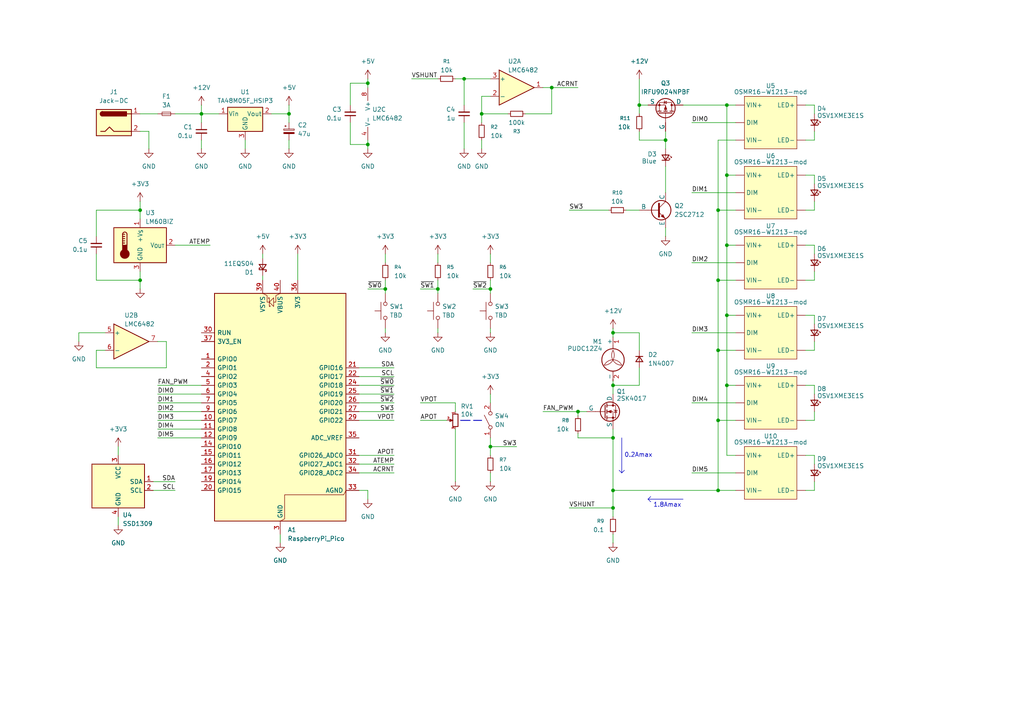
<source format=kicad_sch>
(kicad_sch (version 20250114) (generator "eeschema") (generator_version "9.0")
  (paper "A4")
  (lib_symbols
    (symbol "Amplifier_Operational:LMC6482" (pin_names (offset 0.127))
      (property "Reference" "U" (at 0 5.08 0))
      (property "Value" "LMC6482" (at 0 -5.08 0))
      (symbol "LMC6482_1_1"
        (pin input line (at -7.62 2.54 0) (length 2.54) (name "+") (number "3"))
        (pin input line (at -7.62 -2.54 0) (length 2.54) (name "-") (number "2"))
        (pin output line (at 7.62 0 180) (length 2.54) (name "~") (number "1"))
      )
      (symbol "LMC6482_2_1"
        (pin input line (at -7.62 2.54 0) (length 2.54) (name "+") (number "5"))
        (pin input line (at -7.62 -2.54 0) (length 2.54) (name "-") (number "6"))
        (pin output line (at 7.62 0 180) (length 2.54) (name "~") (number "7"))
      )
      (symbol "LMC6482_3_1"
        (pin power_in line (at -2.54 7.62 270) (length 3.81) (name "V+") (number "8"))
        (pin power_in line (at -2.54 -7.62 90) (length 3.81) (name "V-") (number "4"))
      )
    )
    (symbol "Connector:Jack-DC" (pin_names (offset 1.016))
      (property "Reference" "J" (at 0 5.334 0))
      (property "Value" "Jack-DC" (at 0 -5.08 0))
      (symbol "Jack-DC_1_1"
        (pin passive line (at 7.62 2.54 180) (length 2.54) (name "~") (number "1"))
        (pin passive line (at 7.62 -2.54 180) (length 2.54) (name "~") (number "2"))
      )
    )
    (symbol "Device:C_Polarized_Small" (pin_numbers (hide yes)) (pin_names (offset 0.254) (hide yes))
      (property "Reference" "C" (at 0.254 1.778 0))
      (property "Value" "C_Polarized_Small" (at 0.254 -2.032 0))
      (symbol "C_Polarized_Small_1_1"
        (pin passive line (at 0 2.54 270) (length 1.8542) (name "~") (number "1"))
        (pin passive line (at 0 -2.54 90) (length 1.8542) (name "~") (number "2"))
      )
    )
    (symbol "Device:C_Small" (pin_numbers (hide yes)) (pin_names (offset 0.254) (hide yes))
      (property "Reference" "C" (at 0.254 1.778 0))
      (property "Value" "C_Small" (at 0.254 -2.032 0))
      (symbol "C_Small_1_1"
        (pin passive line (at 0 2.54 270) (length 2.032) (name "~") (number "1"))
        (pin passive line (at 0 -2.54 90) (length 2.032) (name "~") (number "2"))
      )
    )
    (symbol "Device:D_Schottky_Small" (pin_numbers (hide yes)) (pin_names (offset 0.254) (hide yes))
      (property "Reference" "D" (at -1.27 2.032 0))
      (property "Value" "D_Schottky_Small" (at -7.112 -2.032 0))
      (symbol "D_Schottky_Small_1_1"
        (pin passive line (at -2.54 0 0) (length 1.778) (name "K") (number "1"))
        (pin passive line (at 2.54 0 180) (length 1.778) (name "A") (number "2"))
      )
    )
    (symbol "Device:D_Small" (pin_numbers (hide yes)) (pin_names (offset 0.254) (hide yes))
      (property "Reference" "D" (at -1.27 2.032 0))
      (property "Value" "D_Small" (at -3.81 -2.032 0))
      (symbol "D_Small_1_1"
        (pin passive line (at -2.54 0 0) (length 1.778) (name "K") (number "1"))
        (pin passive line (at 2.54 0 180) (length 1.778) (name "A") (number "2"))
      )
    )
    (symbol "Device:Fuse_Small" (pin_numbers (hide yes)) (pin_names (offset 0.254) (hide yes))
      (property "Reference" "F" (at 0 -1.524 0))
      (property "Value" "Fuse_Small" (at 0 1.524 0))
      (symbol "Fuse_Small_1_1"
        (pin passive line (at -2.54 0 0) (length 1.27) (name "~") (number "1"))
        (pin passive line (at 2.54 0 180) (length 1.27) (name "~") (number "2"))
      )
    )
    (symbol "Device:LED_Small" (pin_numbers (hide yes)) (pin_names (offset 0.254) (hide yes))
      (property "Reference" "D" (at -1.27 3.175 0))
      (property "Value" "LED_Small" (at -4.445 -2.54 0))
      (symbol "LED_Small_1_1"
        (pin passive line (at -2.54 0 0) (length 1.778) (name "K") (number "1"))
        (pin passive line (at 2.54 0 180) (length 1.778) (name "A") (number "2"))
      )
    )
    (symbol "Device:R_Potentiometer_Small" (pin_names (offset 1.016) (hide yes))
      (property "Reference" "RV" (at -4.445 0 90))
      (property "Value" "R_Potentiometer_Small" (at -2.54 0 90))
      (symbol "R_Potentiometer_Small_1_1"
        (pin passive line (at 0 2.54 270) (length 0.635) (name "1") (number "1"))
        (pin passive line (at 0 -2.54 90) (length 0.635) (name "3") (number "3"))
        (pin passive line (at 2.54 0 180) (length 0.9906) (name "2") (number "2"))
      )
    )
    (symbol "Device:R_Small" (pin_numbers (hide yes)) (pin_names (offset 0.254) (hide yes))
      (property "Reference" "R" (at 0 0 90))
      (property "Value" "R_Small" (at 1.778 0 90))
      (symbol "R_Small_1_1"
        (pin passive line (at 0 2.54 270) (length 0.762) (name "~") (number "1"))
        (pin passive line (at 0 -2.54 90) (length 0.762) (name "~") (number "2"))
      )
    )
    (symbol "MCU_Module:RaspberryPi_Pico" (pin_names (offset 0.762))
      (property "Reference" "A" (at -19.05 35.56 0))
      (property "Value" "RaspberryPi_Pico" (at 7.62 35.56 0))
      (symbol "RaspberryPi_Pico_1_1"
        (pin passive line (at -22.86 22.86 0) (length 3.81) (name "RUN") (number "30"))
        (pin passive line (at -22.86 20.32 0) (length 3.81) (name "3V3_EN") (number "37"))
        (pin bidirectional line (at -22.86 15.24 0) (length 3.81) (name "GPIO0") (number "1"))
        (pin bidirectional line (at -22.86 12.7 0) (length 3.81) (name "GPIO1") (number "2"))
        (pin bidirectional line (at -22.86 10.16 0) (length 3.81) (name "GPIO2") (number "4"))
        (pin bidirectional line (at -22.86 7.62 0) (length 3.81) (name "GPIO3") (number "5"))
        (pin bidirectional line (at -22.86 5.08 0) (length 3.81) (name "GPIO4") (number "6"))
        (pin bidirectional line (at -22.86 2.54 0) (length 3.81) (name "GPIO5") (number "7"))
        (pin bidirectional line (at -22.86 0 0) (length 3.81) (name "GPIO6") (number "9"))
        (pin bidirectional line (at -22.86 -2.54 0) (length 3.81) (name "GPIO7") (number "10"))
        (pin bidirectional line (at -22.86 -5.08 0) (length 3.81) (name "GPIO8") (number "11"))
        (pin bidirectional line (at -22.86 -7.62 0) (length 3.81) (name "GPIO9") (number "12"))
        (pin bidirectional line (at -22.86 -10.16 0) (length 3.81) (name "GPIO10") (number "14"))
        (pin bidirectional line (at -22.86 -12.7 0) (length 3.81) (name "GPIO11") (number "15"))
        (pin bidirectional line (at -22.86 -15.24 0) (length 3.81) (name "GPIO12") (number "16"))
        (pin bidirectional line (at -22.86 -17.78 0) (length 3.81) (name "GPIO13") (number "17"))
        (pin bidirectional line (at -22.86 -20.32 0) (length 3.81) (name "GPIO14") (number "19"))
        (pin bidirectional line (at -22.86 -22.86 0) (length 3.81) (name "GPIO15") (number "20"))
        (pin power_in line (at -5.08 38.1 270) (length 3.81) (name "VSYS") (number "39"))
        (pin power_out line (at 0 38.1 270) (length 3.81) (name "VBUS") (number "40"))
        (pin passive line (at 0 -35.56 90) (length 3.81) (hide yes) (name "GND") (number "13"))
        (pin passive line (at 0 -35.56 90) (length 3.81) (hide yes) (name "GND") (number "18"))
        (pin passive line (at 0 -35.56 90) (length 3.81) (hide yes) (name "GND") (number "23"))
        (pin passive line (at 0 -35.56 90) (length 3.81) (hide yes) (name "GND") (number "28"))
        (pin power_out line (at 0 -35.56 90) (length 3.81) (name "GND") (number "3"))
        (pin passive line (at 0 -35.56 90) (length 3.81) (hide yes) (name "GND") (number "38"))
        (pin passive line (at 0 -35.56 90) (length 3.81) (hide yes) (name "GND") (number "8"))
        (pin power_out line (at 5.08 38.1 270) (length 3.81) (name "3V3") (number "36"))
        (pin bidirectional line (at 22.86 12.7 180) (length 3.81) (name "GPIO16") (number "21"))
        (pin bidirectional line (at 22.86 10.16 180) (length 3.81) (name "GPIO17") (number "22"))
        (pin bidirectional line (at 22.86 7.62 180) (length 3.81) (name "GPIO18") (number "24"))
        (pin bidirectional line (at 22.86 5.08 180) (length 3.81) (name "GPIO19") (number "25"))
        (pin bidirectional line (at 22.86 2.54 180) (length 3.81) (name "GPIO20") (number "26"))
        (pin bidirectional line (at 22.86 0 180) (length 3.81) (name "GPIO21") (number "27"))
        (pin bidirectional line (at 22.86 -2.54 180) (length 3.81) (name "GPIO22") (number "29"))
        (pin power_in line (at 22.86 -7.62 180) (length 3.81) (name "ADC_VREF") (number "35"))
        (pin bidirectional line (at 22.86 -12.7 180) (length 3.81) (name "GPIO26_ADC0") (number "31"))
        (pin bidirectional line (at 22.86 -15.24 180) (length 3.81) (name "GPIO27_ADC1") (number "32"))
        (pin bidirectional line (at 22.86 -17.78 180) (length 3.81) (name "GPIO28_ADC2") (number "34"))
        (pin power_out line (at 22.86 -22.86 180) (length 3.81) (name "AGND") (number "33"))
      )
    )
    (symbol "Motor:Fan" (pin_names (offset 0))
      (property "Reference" "M" (at 2.54 5.08 0))
      (property "Value" "Fan" (at 2.54 -2.54 0))
      (symbol "Fan_1_1"
        (pin passive line (at 0 7.62 270) (length 2.54) (name "+") (number "1"))
        (pin passive line (at 0 -5.08 90) (length 2.54) (name "-") (number "2"))
      )
    )
    (symbol "OSMR16-W1213-mod_1"
      (property "Reference" "U" (at 0 11.938 0))
      (property "Value" "OSMR16-W1213-mod" (at 0 9.398 0))
      (symbol "OSMR16-W1213-mod_1_1_1"
        (pin power_in line (at -10.16 5.08 0) (length 2.54) (name "VIN+") (number ""))
        (pin input line (at -10.16 0 0) (length 2.54) (name "DIM") (number ""))
        (pin power_in line (at -10.16 -5.08 0) (length 2.54) (name "VIN-") (number ""))
        (pin output line (at 10.16 5.08 180) (length 2.54) (name "LED+") (number ""))
        (pin output line (at 10.16 -5.08 180) (length 2.54) (name "LED-") (number ""))
      )
    )
    (symbol "OSMR16-W1213-mod_2"
      (property "Reference" "U" (at 0 11.938 0))
      (property "Value" "OSMR16-W1213-mod" (at 0 9.398 0))
      (symbol "OSMR16-W1213-mod_2_1_1"
        (pin power_in line (at -10.16 5.08 0) (length 2.54) (name "VIN+") (number ""))
        (pin input line (at -10.16 0 0) (length 2.54) (name "DIM") (number ""))
        (pin power_in line (at -10.16 -5.08 0) (length 2.54) (name "VIN-") (number ""))
        (pin output line (at 10.16 5.08 180) (length 2.54) (name "LED+") (number ""))
        (pin output line (at 10.16 -5.08 180) (length 2.54) (name "LED-") (number ""))
      )
    )
    (symbol "OSMR16-W1213-mod_3"
      (property "Reference" "U" (at 0 11.938 0))
      (property "Value" "OSMR16-W1213-mod" (at 0 9.398 0))
      (symbol "OSMR16-W1213-mod_3_1_1"
        (pin power_in line (at -10.16 5.08 0) (length 2.54) (name "VIN+") (number ""))
        (pin input line (at -10.16 0 0) (length 2.54) (name "DIM") (number ""))
        (pin power_in line (at -10.16 -5.08 0) (length 2.54) (name "VIN-") (number ""))
        (pin output line (at 10.16 5.08 180) (length 2.54) (name "LED+") (number ""))
        (pin output line (at 10.16 -5.08 180) (length 2.54) (name "LED-") (number ""))
      )
    )
    (symbol "OSMR16-W1213-mod_4"
      (property "Reference" "U" (at 0 11.938 0))
      (property "Value" "OSMR16-W1213-mod" (at 0 9.398 0))
      (symbol "OSMR16-W1213-mod_4_1_1"
        (pin power_in line (at -10.16 5.08 0) (length 2.54) (name "VIN+") (number ""))
        (pin input line (at -10.16 0 0) (length 2.54) (name "DIM") (number ""))
        (pin power_in line (at -10.16 -5.08 0) (length 2.54) (name "VIN-") (number ""))
        (pin output line (at 10.16 5.08 180) (length 2.54) (name "LED+") (number ""))
        (pin output line (at 10.16 -5.08 180) (length 2.54) (name "LED-") (number ""))
      )
    )
    (symbol "OSMR16-W1213-mod_5"
      (property "Reference" "U" (at 0 11.938 0))
      (property "Value" "OSMR16-W1213-mod" (at 0 9.398 0))
      (symbol "OSMR16-W1213-mod_5_1_1"
        (pin power_in line (at -10.16 5.08 0) (length 2.54) (name "VIN+") (number ""))
        (pin input line (at -10.16 0 0) (length 2.54) (name "DIM") (number ""))
        (pin power_in line (at -10.16 -5.08 0) (length 2.54) (name "VIN-") (number ""))
        (pin output line (at 10.16 5.08 180) (length 2.54) (name "LED+") (number ""))
        (pin output line (at 10.16 -5.08 180) (length 2.54) (name "LED-") (number ""))
      )
    )
    (symbol "OSMR16-W1213-mod_6"
      (property "Reference" "U" (at 0 11.938 0))
      (property "Value" "OSMR16-W1213-mod" (at 0 9.398 0))
      (symbol "OSMR16-W1213-mod_6_1_1"
        (pin power_in line (at -10.16 5.08 0) (length 2.54) (name "VIN+") (number ""))
        (pin input line (at -10.16 0 0) (length 2.54) (name "DIM") (number ""))
        (pin power_in line (at -10.16 -5.08 0) (length 2.54) (name "VIN-") (number ""))
        (pin output line (at 10.16 5.08 180) (length 2.54) (name "LED+") (number ""))
        (pin output line (at 10.16 -5.08 180) (length 2.54) (name "LED-") (number ""))
      )
    )
    (symbol "Simulation_SPICE:NMOS" (pin_numbers (hide yes)) (pin_names (offset 0))
      (property "Reference" "Q" (at 5.08 1.27 0))
      (property "Value" "NMOS" (at 5.08 -1.27 0))
      (symbol "NMOS_1_1"
        (pin input line (at -5.08 0 0) (length 2.54) (name "G") (number "2"))
        (pin passive line (at 2.54 5.08 270) (length 2.54) (name "D") (number "1"))
        (pin passive line (at 2.54 -5.08 90) (length 2.54) (name "S") (number "3"))
      )
    )
    (symbol "Simulation_SPICE:NPN" (pin_numbers (hide yes)) (pin_names (offset 0))
      (property "Reference" "Q" (at -2.54 7.62 0))
      (property "Value" "NPN" (at -2.54 5.08 0))
      (symbol "NPN_1_1"
        (pin input line (at -5.08 0 0) (length 2.54) (name "B") (number "2"))
        (pin open_collector line (at 2.54 5.08 270) (length 2.54) (name "C") (number "1"))
        (pin open_emitter line (at 2.54 -5.08 90) (length 2.54) (name "E") (number "3"))
      )
    )
    (symbol "Simulation_SPICE:PMOS" (pin_numbers (hide yes)) (pin_names (offset 0))
      (property "Reference" "Q" (at 5.08 1.27 0))
      (property "Value" "PMOS" (at 5.08 -1.27 0))
      (symbol "PMOS_1_1"
        (pin input line (at -5.08 0 0) (length 2.54) (name "G") (number "2"))
        (pin passive line (at 2.54 5.08 270) (length 2.54) (name "D") (number "1"))
        (pin passive line (at 2.54 -5.08 90) (length 2.54) (name "S") (number "3"))
      )
    )
    (symbol "Switch:SW_Push" (pin_numbers (hide yes)) (pin_names (offset 1.016) (hide yes))
      (property "Reference" "SW" (at 1.27 2.54 0))
      (property "Value" "SW_Push" (at 0 -1.524 0))
      (symbol "SW_Push_0_1"
        (pin passive line (at -5.08 0 0) (length 2.54) (name "1") (number "1"))
        (pin passive line (at 5.08 0 180) (length 2.54) (name "2") (number "2"))
      )
    )
    (symbol "Switch:SW_SPST" (pin_names (offset 0) (hide yes))
      (property "Reference" "SW" (at 0 3.175 0))
      (property "Value" "SW_SPST" (at 0 -2.54 0))
      (symbol "SW_SPST_1_1"
        (pin passive line (at -5.08 0 0) (length 2.54) (name "A") (number "1"))
        (pin passive line (at 5.08 0 180) (length 2.54) (name "B") (number "2"))
      )
    )
    (symbol "power:+3V3" (power) (pin_numbers (hide yes)) (pin_names (offset 0) (hide yes))
      (property "Value" "+3V3" (at 0 3.556 0))
      (symbol "+3V3_1_1"
        (pin power_in line (at 0 0 90) (length 0) (name "~") (number "1"))
      )
    )
    (symbol "power:+5V" (power) (pin_numbers (hide yes)) (pin_names (offset 0) (hide yes))
      (property "Value" "+5V" (at 0 3.556 0))
      (symbol "+5V_1_1"
        (pin power_in line (at 0 0 90) (length 0) (name "~") (number "1"))
      )
    )
    (symbol "power:GND" (power) (pin_numbers (hide yes)) (pin_names (offset 0) (hide yes))
      (property "Value" "GND" (at 0 -3.81 0))
      (symbol "GND_1_1"
        (pin power_in line (at 0 0 270) (length 0) (name "~") (number "1"))
      )
    )
    (symbol "shpc_ic:LM60BIZ"
      (property "Reference" "U" (at -6.35 6.35 0))
      (property "Value" "LM60BIZ" (at 1.27 6.35 0))
      (symbol "LM60BIZ_1_1"
        (pin power_in line (at 0 7.62 270) (length 2.54) (name "+V_{S}") (number "1"))
        (pin power_in line (at 0 -7.62 90) (length 2.54) (name "GND") (number "3"))
        (pin output line (at 10.16 0 180) (length 2.54) (name "V_{OUT}") (number "2"))
      )
    )
    (symbol "shpc_ic:TA48M05F_HSIP3" (pin_names (offset 0.254))
      (property "Reference" "U" (at -3.81 3.175 0))
      (property "Value" "TA48M05F_HSIP3" (at 0 3.175 0))
      (symbol "TA48M05F_HSIP3_1_1"
        (pin power_in line (at -7.62 0 0) (length 2.54) (name "Vin") (number "1"))
        (pin power_in line (at 0 -7.62 90) (length 2.54) (name "GND") (number "3"))
        (pin power_out line (at 7.62 0 180) (length 2.54) (name "Vout") (number "2"))
      )
    )
    (symbol "shpc_modules:Generic I2C Device (such as OLED)"
      (property "Reference" "U" (at 2.54 12.7 0))
      (property "Value" "Generic I2C Device (such as OLED)" (at 2.54 10.16 0))
      (symbol "Generic I2C Device (such as OLED)_1_1"
        (pin tri_state line (at -10.16 1.27 0) (length 2.54) (name "SDA") (number "1"))
        (pin tri_state line (at -10.16 -1.27 0) (length 2.54) (name "SCL") (number "2"))
        (pin power_in line (at 0 8.89 270) (length 2.54) (name "VCC") (number "3"))
        (pin power_in line (at 0 -8.89 90) (length 2.54) (name "GND") (number "4"))
      )
    )
  )
  (text "1.8Amax" (at 193.548 146.558 0) (effects (font (size 1.27 1.27))))
  (text "0.2Amax" (at 185.166 132.08 0) (effects (font (size 1.27 1.27))))
  (junction (at 208.28 121.92))
  (junction (at 106.68 24.13))
  (junction (at 160.02 25.4))
  (junction (at 142.24 83.82))
  (junction (at 210.82 71.12))
  (junction (at 167.64 119.38))
  (junction (at 210.82 50.8))
  (junction (at 177.8 111.76))
  (junction (at 210.82 91.44))
  (junction (at 210.82 30.48))
  (junction (at 208.28 81.28))
  (junction (at 83.82 33.02))
  (junction (at 177.8 142.24))
  (junction (at 40.64 60.96))
  (junction (at 177.8 96.52))
  (junction (at 208.28 101.6))
  (junction (at 111.76 83.82))
  (junction (at 134.62 22.86))
  (junction (at 185.42 30.48))
  (junction (at 193.04 40.64))
  (junction (at 127 83.82))
  (junction (at 40.64 81.28))
  (junction (at 106.68 41.91))
  (junction (at 177.8 147.32))
  (junction (at 58.42 33.02))
  (junction (at 210.82 111.76))
  (junction (at 208.28 60.96))
  (junction (at 142.24 129.54))
  (junction (at 177.8 127))
  (junction (at 139.7 33.02))
  (junction (at 208.28 142.24))
  (wire (pts (xy 185.42 22.86) (xy 185.42 30.48)))
  (wire (pts (xy 181.61 60.96) (xy 185.42 60.96)))
  (wire (pts (xy 177.8 149.86) (xy 177.8 147.32)))
  (wire (pts (xy 119.38 22.86) (xy 127 22.86)))
  (wire (pts (xy 127 83.82) (xy 127 85.09)))
  (wire (pts (xy 104.14 119.38) (xy 114.3 119.38)))
  (wire (pts (xy 213.36 35.56) (xy 200.66 35.56)))
  (wire (pts (xy 40.64 60.96) (xy 40.64 63.5)))
  (wire (pts (xy 233.68 121.92) (xy 236.22 121.92)))
  (wire (pts (xy 58.42 33.02) (xy 63.5 33.02)))
  (wire (pts (xy 127 95.25) (xy 127 96.52)))
  (wire (pts (xy 236.22 93.98) (xy 236.22 91.44)))
  (wire (pts (xy 160.02 25.4) (xy 160.02 33.02)))
  (wire (pts (xy 213.36 91.44) (xy 210.82 91.44)))
  (wire (pts (xy 45.72 124.46) (xy 58.42 124.46)))
  (wire (pts (xy 210.82 71.12) (xy 210.82 91.44)))
  (wire (pts (xy 45.72 111.76) (xy 58.42 111.76)))
  (wire (pts (xy 45.72 116.84) (xy 58.42 116.84)))
  (wire (pts (xy 142.24 73.66) (xy 142.24 76.2)))
  (wire (pts (xy 167.64 125.73) (xy 167.64 127)))
  (wire (pts (xy 236.22 119.38) (xy 236.22 121.92)))
  (wire (pts (xy 152.4 33.02) (xy 160.02 33.02)))
  (wire (pts (xy 236.22 114.3) (xy 236.22 111.76)))
  (wire (pts (xy 160.02 25.4) (xy 167.64 25.4)))
  (wire (pts (xy 71.12 40.64) (xy 71.12 43.18)))
  (wire (pts (xy 213.36 121.92) (xy 208.28 121.92)))
  (wire (pts (xy 40.64 58.42) (xy 40.64 60.96)))
  (wire (pts (xy 213.36 137.16) (xy 200.66 137.16)))
  (wire (pts (xy 233.68 71.12) (xy 236.22 71.12)))
  (wire (pts (xy 233.68 40.64) (xy 236.22 40.64)))
  (wire (pts (xy 48.26 99.06) (xy 48.26 106.68)))
  (wire (pts (xy 157.48 119.38) (xy 167.64 119.38)))
  (wire (pts (xy 22.86 96.52) (xy 22.86 99.06)))
  (wire (pts (xy 142.24 114.3) (xy 142.24 116.84)))
  (wire (pts (xy 134.62 22.86) (xy 134.62 30.48)))
  (wire (pts (xy 233.68 132.08) (xy 236.22 132.08)))
  (wire (pts (xy 127 73.66) (xy 127 76.2)))
  (wire (pts (xy 165.1 147.32) (xy 177.8 147.32)))
  (wire (pts (xy 139.7 33.02) (xy 147.32 33.02)))
  (wire (pts (xy 233.68 142.24) (xy 236.22 142.24)))
  (wire (pts (xy 27.94 106.68) (xy 48.26 106.68)))
  (wire (pts (xy 50.8 33.02) (xy 58.42 33.02)))
  (wire (pts (xy 170.18 119.38) (xy 167.64 119.38)))
  (wire (pts (xy 185.42 38.1) (xy 185.42 40.64)))
  (wire (pts (xy 177.8 110.49) (xy 177.8 111.76)))
  (wire (pts (xy 22.86 96.52) (xy 30.48 96.52)))
  (wire (pts (xy 236.22 38.1) (xy 236.22 40.64)))
  (wire (pts (xy 45.72 33.02) (xy 40.64 33.02)))
  (wire (pts (xy 83.82 33.02) (xy 83.82 35.56)))
  (wire (pts (xy 193.04 66.04) (xy 193.04 68.58)))
  (wire (pts (xy 134.62 22.86) (xy 142.24 22.86)))
  (wire (pts (xy 142.24 95.25) (xy 142.24 96.52)))
  (wire (pts (xy 58.42 30.48) (xy 58.42 33.02)))
  (wire (pts (xy 44.45 142.24) (xy 50.8 142.24)))
  (wire (pts (xy 101.6 35.56) (xy 101.6 41.91)))
  (wire (pts (xy 236.22 99.06) (xy 236.22 101.6)))
  (wire (pts (xy 193.04 55.88) (xy 193.04 48.26)))
  (wire (pts (xy 27.94 101.6) (xy 27.94 106.68)))
  (wire (pts (xy 132.08 116.84) (xy 132.08 119.38)))
  (wire (pts (xy 106.68 142.24) (xy 106.68 144.78)))
  (polyline (pts (xy 187.96 144.78) (xy 188.722 145.542)))
  (wire (pts (xy 139.7 33.02) (xy 139.7 35.56)))
  (wire (pts (xy 83.82 30.48) (xy 83.82 33.02)))
  (wire (pts (xy 104.14 116.84) (xy 114.3 116.84)))
  (wire (pts (xy 210.82 91.44) (xy 210.82 111.76)))
  (wire (pts (xy 236.22 134.62) (xy 236.22 132.08)))
  (wire (pts (xy 127 81.28) (xy 127 83.82)))
  (wire (pts (xy 142.24 81.28) (xy 142.24 83.82)))
  (wire (pts (xy 50.8 71.12) (xy 60.96 71.12)))
  (wire (pts (xy 27.94 81.28) (xy 40.64 81.28)))
  (wire (pts (xy 213.36 76.2) (xy 200.66 76.2)))
  (wire (pts (xy 83.82 33.02) (xy 78.74 33.02)))
  (wire (pts (xy 213.36 50.8) (xy 210.82 50.8)))
  (polyline (pts (xy 188.722 144.018) (xy 187.96 144.78)))
  (polyline (pts (xy 179.578 136.398) (xy 180.34 137.16)))
  (wire (pts (xy 27.94 73.66) (xy 27.94 81.28)))
  (wire (pts (xy 58.42 35.56) (xy 58.42 33.02)))
  (wire (pts (xy 213.36 96.52) (xy 200.66 96.52)))
  (wire (pts (xy 177.8 142.24) (xy 177.8 147.32)))
  (wire (pts (xy 236.22 78.74) (xy 236.22 81.28)))
  (wire (pts (xy 213.36 101.6) (xy 208.28 101.6)))
  (wire (pts (xy 121.92 121.92) (xy 129.54 121.92)))
  (wire (pts (xy 106.68 24.13) (xy 106.68 25.4)))
  (wire (pts (xy 76.2 73.66) (xy 76.2 74.93)))
  (wire (pts (xy 45.72 121.92) (xy 58.42 121.92)))
  (wire (pts (xy 208.28 40.64) (xy 208.28 60.96)))
  (wire (pts (xy 104.14 111.76) (xy 114.3 111.76)))
  (wire (pts (xy 132.08 124.46) (xy 132.08 139.7)))
  (wire (pts (xy 233.68 50.8) (xy 236.22 50.8)))
  (wire (pts (xy 213.36 81.28) (xy 208.28 81.28)))
  (wire (pts (xy 137.16 83.82) (xy 142.24 83.82)))
  (wire (pts (xy 177.8 124.46) (xy 177.8 127)))
  (wire (pts (xy 111.76 83.82) (xy 111.76 85.09)))
  (wire (pts (xy 27.94 60.96) (xy 40.64 60.96)))
  (wire (pts (xy 104.14 109.22) (xy 114.3 109.22)))
  (wire (pts (xy 40.64 38.1) (xy 43.18 38.1)))
  (wire (pts (xy 233.68 81.28) (xy 236.22 81.28)))
  (wire (pts (xy 177.8 154.94) (xy 177.8 157.48)))
  (wire (pts (xy 30.48 101.6) (xy 27.94 101.6)))
  (wire (pts (xy 101.6 24.13) (xy 106.68 24.13)))
  (polyline (pts (xy 187.96 144.78) (xy 198.12 144.78)))
  (wire (pts (xy 185.42 96.52) (xy 177.8 96.52)))
  (wire (pts (xy 134.62 35.56) (xy 134.62 43.18)))
  (wire (pts (xy 236.22 53.34) (xy 236.22 50.8)))
  (wire (pts (xy 213.36 132.08) (xy 210.82 132.08)))
  (wire (pts (xy 210.82 132.08) (xy 210.82 111.76)))
  (wire (pts (xy 142.24 83.82) (xy 142.24 85.09)))
  (wire (pts (xy 40.64 78.74) (xy 40.64 81.28)))
  (wire (pts (xy 43.18 43.18) (xy 43.18 38.1)))
  (wire (pts (xy 233.68 60.96) (xy 236.22 60.96)))
  (wire (pts (xy 139.7 27.94) (xy 142.24 27.94)))
  (wire (pts (xy 40.64 81.28) (xy 40.64 83.82)))
  (wire (pts (xy 111.76 81.28) (xy 111.76 83.82)))
  (wire (pts (xy 106.68 40.64) (xy 106.68 41.91)))
  (wire (pts (xy 111.76 95.25) (xy 111.76 96.52)))
  (wire (pts (xy 34.29 129.54) (xy 34.29 132.08)))
  (wire (pts (xy 208.28 60.96) (xy 208.28 81.28)))
  (wire (pts (xy 236.22 33.02) (xy 236.22 30.48)))
  (wire (pts (xy 34.29 152.4) (xy 34.29 149.86)))
  (wire (pts (xy 177.8 111.76) (xy 177.8 114.3)))
  (wire (pts (xy 233.68 91.44) (xy 236.22 91.44)))
  (wire (pts (xy 139.7 27.94) (xy 139.7 33.02)))
  (polyline (pts (xy 180.34 137.16) (xy 180.34 127)))
  (wire (pts (xy 104.14 137.16) (xy 114.3 137.16)))
  (wire (pts (xy 185.42 30.48) (xy 185.42 33.02)))
  (wire (pts (xy 111.76 73.66) (xy 111.76 76.2)))
  (wire (pts (xy 213.36 116.84) (xy 200.66 116.84)))
  (wire (pts (xy 185.42 30.48) (xy 187.96 30.48)))
  (wire (pts (xy 48.26 99.06) (xy 45.72 99.06)))
  (wire (pts (xy 142.24 127) (xy 142.24 129.54)))
  (wire (pts (xy 185.42 40.64) (xy 193.04 40.64)))
  (wire (pts (xy 177.8 127) (xy 177.8 142.24)))
  (wire (pts (xy 149.86 129.54) (xy 142.24 129.54)))
  (wire (pts (xy 185.42 106.68) (xy 185.42 111.76)))
  (wire (pts (xy 58.42 40.64) (xy 58.42 43.18)))
  (wire (pts (xy 213.36 55.88) (xy 200.66 55.88)))
  (wire (pts (xy 177.8 142.24) (xy 208.28 142.24)))
  (wire (pts (xy 167.64 119.38) (xy 167.64 120.65)))
  (wire (pts (xy 210.82 111.76) (xy 213.36 111.76)))
  (wire (pts (xy 213.36 60.96) (xy 208.28 60.96)))
  (wire (pts (xy 208.28 81.28) (xy 208.28 101.6)))
  (wire (pts (xy 139.7 40.64) (xy 139.7 43.18)))
  (wire (pts (xy 121.92 83.82) (xy 127 83.82)))
  (wire (pts (xy 101.6 30.48) (xy 101.6 24.13)))
  (wire (pts (xy 45.72 127) (xy 58.42 127)))
  (wire (pts (xy 101.6 41.91) (xy 106.68 41.91)))
  (wire (pts (xy 104.14 114.3) (xy 114.3 114.3)))
  (wire (pts (xy 233.68 101.6) (xy 236.22 101.6)))
  (wire (pts (xy 106.68 83.82) (xy 111.76 83.82)))
  (wire (pts (xy 233.68 111.76) (xy 236.22 111.76)))
  (wire (pts (xy 208.28 101.6) (xy 208.28 121.92)))
  (polyline (pts (xy 133.604 121.92) (xy 139.7 121.92)) (stroke (width 0.25) (type dash)))
  (wire (pts (xy 213.36 40.64) (xy 208.28 40.64)))
  (wire (pts (xy 104.14 134.62) (xy 114.3 134.62)))
  (wire (pts (xy 236.22 58.42) (xy 236.22 60.96)))
  (wire (pts (xy 76.2 80.01) (xy 76.2 81.28)))
  (wire (pts (xy 132.08 22.86) (xy 134.62 22.86)))
  (wire (pts (xy 210.82 50.8) (xy 210.82 71.12)))
  (wire (pts (xy 213.36 71.12) (xy 210.82 71.12)))
  (wire (pts (xy 208.28 142.24) (xy 213.36 142.24)))
  (wire (pts (xy 177.8 95.25) (xy 177.8 96.52)))
  (wire (pts (xy 165.1 60.96) (xy 176.53 60.96)))
  (wire (pts (xy 86.36 73.66) (xy 86.36 81.28)))
  (wire (pts (xy 193.04 40.64) (xy 193.04 38.1)))
  (wire (pts (xy 208.28 121.92) (xy 208.28 142.24)))
  (wire (pts (xy 104.14 142.24) (xy 106.68 142.24)))
  (wire (pts (xy 167.64 127) (xy 177.8 127)))
  (wire (pts (xy 210.82 30.48) (xy 213.36 30.48)))
  (wire (pts (xy 236.22 139.7) (xy 236.22 142.24)))
  (wire (pts (xy 210.82 30.48) (xy 210.82 50.8)))
  (wire (pts (xy 83.82 40.64) (xy 83.82 43.18)))
  (polyline (pts (xy 180.34 137.16) (xy 181.102 136.398)))
  (wire (pts (xy 193.04 40.64) (xy 193.04 43.18)))
  (wire (pts (xy 142.24 137.16) (xy 142.24 139.7)))
  (wire (pts (xy 27.94 68.58) (xy 27.94 60.96)))
  (wire (pts (xy 121.92 116.84) (xy 132.08 116.84)))
  (wire (pts (xy 142.24 129.54) (xy 142.24 132.08)))
  (wire (pts (xy 81.28 154.94) (xy 81.28 157.48)))
  (wire (pts (xy 45.72 119.38) (xy 58.42 119.38)))
  (wire (pts (xy 106.68 22.86) (xy 106.68 24.13)))
  (wire (pts (xy 106.68 41.91) (xy 106.68 43.18)))
  (wire (pts (xy 233.68 30.48) (xy 236.22 30.48)))
  (wire (pts (xy 104.14 132.08) (xy 114.3 132.08)))
  (wire (pts (xy 45.72 114.3) (xy 58.42 114.3)))
  (wire (pts (xy 198.12 30.48) (xy 210.82 30.48)))
  (wire (pts (xy 185.42 101.6) (xy 185.42 96.52)))
  (wire (pts (xy 185.42 111.76) (xy 177.8 111.76)))
  (wire (pts (xy 104.14 121.92) (xy 114.3 121.92)))
  (wire (pts (xy 177.8 96.52) (xy 177.8 97.79)))
  (wire (pts (xy 104.14 106.68) (xy 114.3 106.68)))
  (wire (pts (xy 160.02 25.4) (xy 157.48 25.4)))
  (wire (pts (xy 236.22 73.66) (xy 236.22 71.12)))
  (wire (pts (xy 44.45 139.7) (xy 50.8 139.7)))
  (label "~{SW0}" (at 106.68 83.82 0))
  (label "DIM5" (at 45.72 127 0))
  (label "DIM4" (at 200.66 116.84 0))
  (label "~{SW2}" (at 137.16 83.82 0))
  (label "~{SW1}" (at 114.3 114.3 180))
  (label "SCL" (at 114.3 109.22 180))
  (label "SCL" (at 50.8 142.24 180))
  (label "~{SW2}" (at 114.3 116.84 180))
  (label "SDA" (at 114.3 106.68 180))
  (label "ACRNT" (at 167.64 25.4 180))
  (label "DIM2" (at 200.66 76.2 0))
  (label "DIM1" (at 45.72 116.84 0))
  (label "SDA" (at 50.8 139.7 180))
  (label "DIM1" (at 200.66 55.88 0))
  (label "~{SW1}" (at 121.92 83.82 0))
  (label "DIM0" (at 45.72 114.3 0))
  (label "DIM5" (at 200.66 137.16 0))
  (label "ATEMP" (at 60.96 71.12 180))
  (label "DIM4" (at 45.72 124.46 0))
  (label "~{SW0}" (at 114.3 111.76 180))
  (label "APOT" (at 121.92 121.92 0))
  (label "FAN_PWM" (at 157.48 119.38 0))
  (label "SW3" (at 165.1 60.96 0))
  (label "APOT" (at 114.3 132.08 180))
  (label "SW3" (at 149.86 129.54 180))
  (label "DIM0" (at 200.66 35.56 0))
  (label "ACRNT" (at 114.3 137.16 180))
  (label "DIM2" (at 45.72 119.38 0))
  (label "DIM3" (at 45.72 121.92 0))
  (label "SW3" (at 114.3 119.38 180))
  (label "ATEMP" (at 114.3 134.62 180))
  (label "DIM3" (at 200.66 96.52 0))
  (label "FAN_PWM" (at 45.72 111.76 0))
  (label "VPOT" (at 121.92 116.84 0))
  (label "VSHUNT" (at 165.1 147.32 0))
  (label "VPOT" (at 114.3 121.92 180))
  (label "VSHUNT" (at 119.38 22.86 0))
  (symbol (lib_id "power:+5V") (at 185.42 22.86 0) (unit 1)
    (property "Reference" "#PWR?" (effects (hide yes)))
    (property "Value" "+12V" (at 185.42 17.78 0))
    (property "Description" "Power symbol creates a global label with name \"+5V\"" (effects (hide yes)))
  )
  (symbol (lib_id "power:GND") (at 71.12 43.18 0) (unit 1)
    (property "Reference" "#PWR?" (effects (hide yes)))
    (property "Value" "GND" (at 71.12 48.26 0))
    (property "Description" "Power symbol creates a global label with name \"GND\" , ground" (effects (hide yes)))
  )
  (symbol (lib_id "power:GND") (at 127 96.52 0) (unit 1)
    (property "Reference" "#PWR?" (effects (hide yes)))
    (property "Value" "GND" (at 127 101.6 0))
    (property "Description" "Power symbol creates a global label with name \"GND\" , ground" (effects (hide yes)))
  )
  (symbol (lib_id "Device:C_Small") (at 134.62 33.02 0) (mirror x) (unit 1)
    (property "Reference" "C4" (at 132.08 31.7435 0) (effects (justify right)))
    (property "Value" "1u" (at 132.08 34.2835 0) (effects (justify right)))
    (property "Description" "Unpolarized capacitor, small symbol" (effects (hide yes)))
  )
  (symbol (lib_id "Device:R_Small") (at 139.7 38.1 180) (unit 1)
    (property "Reference" "R2" (at 142.24 36.8299 0) (effects (font (size 1.016 1.016)) (justify right)))
    (property "Value" "10k" (at 142.24 39.3699 0) (effects (justify right)))
    (property "Description" "Resistor, small symbol" (effects (hide yes)))
  )
  (symbol (lib_id "power:GND") (at 83.82 43.18 0) (unit 1)
    (property "Reference" "#PWR?" (effects (hide yes)))
    (property "Value" "GND" (at 83.82 48.26 0))
    (property "Description" "Power symbol creates a global label with name \"GND\" , ground" (effects (hide yes)))
  )
  (symbol (lib_id "power:GND") (at 134.62 43.18 0) (mirror y) (unit 1)
    (property "Reference" "#PWR?" (effects (hide yes)))
    (property "Value" "GND" (at 134.62 48.26 0))
    (property "Description" "Power symbol creates a global label with name \"GND\" , ground" (effects (hide yes)))
  )
  (symbol (lib_id "Simulation_SPICE:NPN") (at 190.5 60.96 0) (unit 1)
    (property "Reference" "Q2" (at 195.58 59.6899 0) (effects (justify left)))
    (property "Value" "2SC2712" (at 195.58 62.2299 0) (effects (justify left)))
    (property "Datasheet" "https://ngspice.sourceforge.io/docs/ngspice-html-manual/manual.xhtml#cha_BJTs" (effects (hide yes)))
    (property "Description" "Bipolar transistor symbol for simulation only, substrate tied to the emitter" (effects (hide yes)))
    (property "Sim.Device" "NPN" (effects (hide yes)))
    (property "Sim.Type" "GUMMELPOON" (effects (hide yes)))
    (property "Sim.Pins" "1=C 2=B 3=E" (effects (hide yes)))
  )
  (symbol (lib_id "Device:R_Small") (at 127 78.74 180) (unit 1)
    (property "Reference" "R5" (at 129.54 77.4699 0) (effects (font (size 1.016 1.016)) (justify right)))
    (property "Value" "10k" (at 129.54 80.0099 0) (effects (justify right)))
    (property "Description" "Resistor, small symbol" (effects (hide yes)))
  )
  (symbol (lib_id "Switch:SW_Push") (at 111.76 90.17 90) (unit 1)
    (property "Reference" "SW1" (at 113.03 88.8999 90) (effects (justify right)))
    (property "Value" "TBD" (at 113.03 91.4399 90) (effects (justify right)))
    (property "Description" "Push button switch, generic, two pins" (effects (hide yes)))
  )
  (symbol (lib_id "Device:C_Small") (at 101.6 33.02 0) (mirror x) (unit 1)
    (property "Reference" "C3" (at 99.06 31.7435 0) (effects (justify right)))
    (property "Value" "0.1u" (at 99.06 34.2835 0) (effects (justify right)))
    (property "Description" "Unpolarized capacitor, small symbol" (effects (hide yes)))
  )
  (symbol (lib_id "Simulation_SPICE:NMOS") (at 175.26 119.38 0) (unit 1)
    (property "Reference" "Q1" (at 178.816 113.538 0) (effects (justify left)))
    (property "Value" "2SK4017" (at 178.816 115.57 0) (effects (justify left)))
    (property "Datasheet" "https://ngspice.sourceforge.io/docs/ngspice-html-manual/manual.xhtml#cha_MOSFETs" (effects (hide yes)))
    (property "Description" "N-MOSFET transistor, drain/source/gate" (effects (hide yes)))
    (property "Sim.Device" "NMOS" (effects (hide yes)))
    (property "Sim.Type" "VDMOS" (effects (hide yes)))
    (property "Sim.Pins" "1=D 2=G 3=S" (effects (hide yes)))
  )
  (symbol (lib_id "Simulation_SPICE:PMOS") (at 193.04 33.02 270) (mirror x) (unit 1)
    (property "Reference" "Q3" (at 193.04 24.13 90))
    (property "Value" "IRFU9024NPBF" (at 193.04 26.67 90))
    (property "Datasheet" "https://ngspice.sourceforge.io/docs/ngspice-html-manual/manual.xhtml#cha_MOSFETs" (effects (hide yes)))
    (property "Description" "P-MOSFET transistor, drain/source/gate" (effects (hide yes)))
    (property "Sim.Device" "PMOS" (effects (hide yes)))
    (property "Sim.Type" "VDMOS" (effects (hide yes)))
    (property "Sim.Pins" "1=D 2=G 3=S" (effects (hide yes)))
  )
  (symbol (lib_name "OSMR16-W1213-mod_6") (lib_id "shpc_modules:OSMR16-W1213-mod") (at 223.52 137.16 0) (unit 1)
    (property "Reference" "U10" (at 223.52 126.492 0))
    (property "Value" "OSMR16-W1213-mod" (at 223.52 128.27 0))
  )
  (symbol (lib_id "power:+3V3") (at 111.76 73.66 0) (unit 1)
    (property "Reference" "#PWR?" (effects (hide yes)))
    (property "Value" "+3V3" (at 111.76 68.58 0))
    (property "Description" "Power symbol creates a global label with name \"+3V3\"" (effects (hide yes)))
  )
  (symbol (lib_id "Motor:Fan") (at 177.8 105.41 0) (mirror y) (unit 1)
    (property "Reference" "M1" (at 174.752 99.06 0) (effects (justify left)))
    (property "Value" "PUDC12Z4" (at 174.752 101.092 0) (effects (justify left)))
    (property "Description" "Fan" (effects (hide yes)))
  )
  (symbol (lib_id "power:GND") (at 43.18 43.18 0) (unit 1)
    (property "Reference" "#PWR?" (effects (hide yes)))
    (property "Value" "GND" (at 43.18 48.26 0))
    (property "Description" "Power symbol creates a global label with name \"GND\" , ground" (effects (hide yes)))
  )
  (symbol (lib_id "Device:R_Potentiometer_Small") (at 132.08 121.92 0) (mirror y) (unit 1)
    (property "Reference" "RV1" (at 133.604 117.856 0) (effects (justify right)))
    (property "Value" "10k" (at 133.604 120.142 0) (effects (justify right)))
    (property "Description" "Potentiometer" (effects (hide yes)))
  )
  (symbol (lib_id "power:GND") (at 111.76 96.52 0) (unit 1)
    (property "Reference" "#PWR?" (effects (hide yes)))
    (property "Value" "GND" (at 111.76 101.6 0))
    (property "Description" "Power symbol creates a global label with name \"GND\" , ground" (effects (hide yes)))
  )
  (symbol (lib_id "power:+3V3") (at 142.24 73.66 0) (unit 1)
    (property "Reference" "#PWR?" (effects (hide yes)))
    (property "Value" "+3V3" (at 142.24 68.58 0))
    (property "Description" "Power symbol creates a global label with name \"+3V3\"" (effects (hide yes)))
  )
  (symbol (lib_id "Device:R_Small") (at 167.64 123.19 0) (mirror x) (unit 1)
    (property "Reference" "R8" (at 165.1 121.9199 0) (effects (font (size 1.016 1.016)) (justify right)))
    (property "Value" "10k" (at 165.1 124.4599 0) (effects (justify right)))
    (property "Description" "Resistor, small symbol" (effects (hide yes)))
  )
  (symbol (lib_id "power:+3V3") (at 106.68 22.86 0) (unit 1)
    (property "Reference" "#PWR?" (effects (hide yes)))
    (property "Value" "+5V" (at 106.68 17.78 0))
    (property "Description" "Power symbol creates a global label with name \"+3V3\"" (effects (hide yes)))
  )
  (symbol (lib_id "Device:R_Small") (at 142.24 78.74 180) (unit 1)
    (property "Reference" "R6" (at 144.78 77.4699 0) (effects (font (size 1.016 1.016)) (justify right)))
    (property "Value" "10k" (at 144.78 80.0099 0) (effects (justify right)))
    (property "Description" "Resistor, small symbol" (effects (hide yes)))
  )
  (symbol (lib_id "power:+3V3") (at 142.24 114.3 0) (unit 1)
    (property "Reference" "#PWR?" (effects (hide yes)))
    (property "Value" "+3V3" (at 142.24 109.22 0))
    (property "Description" "Power symbol creates a global label with name \"+3V3\"" (effects (hide yes)))
  )
  (symbol (lib_id "Amplifier_Operational:LMC6482") (at 149.86 25.4 0) (unit 1)
    (property "Reference" "U2" (at 147.32 17.78 0) (effects (justify left)))
    (property "Value" "LMC6482" (at 147.32 20.32 0) (effects (justify left)))
    (property "Datasheet" "http://www.ti.com/lit/ds/symlink/lmc6482.pdf" (effects (hide yes)))
    (property "Description" "Dual CMOS Rail-to-Rail Input and Output Operational Amplifier, DIP-8/SOIC-8, SSOP-8" (effects (hide yes)))
  )
  (symbol (lib_id "Device:R_Small") (at 149.86 33.02 90) (mirror x) (unit 1)
    (property "Reference" "R3" (at 149.86 38.1 90) (effects (font (size 1.016 1.016))))
    (property "Value" "100k" (at 149.86 35.56 90))
    (property "Description" "Resistor, small symbol" (effects (hide yes)))
  )
  (symbol (lib_id "Device:R_Small") (at 111.76 78.74 180) (unit 1)
    (property "Reference" "R4" (at 114.3 77.4699 0) (effects (font (size 1.016 1.016)) (justify right)))
    (property "Value" "10k" (at 114.3 80.0099 0) (effects (justify right)))
    (property "Description" "Resistor, small symbol" (effects (hide yes)))
  )
  (symbol (lib_id "Device:R_Small") (at 177.8 152.4 0) (mirror x) (unit 1)
    (property "Reference" "R9" (at 175.26 151.1299 0) (effects (font (size 1.016 1.016)) (justify right)))
    (property "Value" "0.1" (at 175.26 153.6699 0) (effects (justify right)))
    (property "Description" "Resistor, small symbol" (effects (hide yes)))
  )
  (symbol (lib_id "shpc_modules:Generic I2C Device (such as OLED)") (at 34.29 140.97 0) (mirror y) (unit 1)
    (property "Reference" "U4" (at 35.56 149.352 0) (effects (justify right)))
    (property "Value" "SSD1309" (at 35.56 151.892 0) (effects (justify right)))
  )
  (symbol (lib_name "OSMR16-W1213-mod_2") (lib_id "shpc_modules:OSMR16-W1213-mod") (at 223.52 55.88 0) (unit 1)
    (property "Reference" "U6" (at 223.52 45.212 0))
    (property "Value" "OSMR16-W1213-mod" (at 223.52 46.99 0))
  )
  (symbol (lib_id "Device:C_Small") (at 27.94 71.12 0) (mirror x) (unit 1)
    (property "Reference" "C5" (at 25.4 69.8435 0) (effects (justify right)))
    (property "Value" "0.1u" (at 25.4 72.3835 0) (effects (justify right)))
    (property "Description" "Unpolarized capacitor, small symbol" (effects (hide yes)))
  )
  (symbol (lib_id "Connector:Jack-DC") (at 33.02 35.56 0) (unit 1)
    (property "Reference" "J1" (at 33.02 26.67 0))
    (property "Value" "Jack-DC" (at 33.02 29.21 0))
    (property "Description" "DC Barrel Jack" (effects (hide yes)))
  )
  (symbol (lib_id "power:+5V") (at 58.42 30.48 0) (unit 1)
    (property "Reference" "#PWR?" (effects (hide yes)))
    (property "Value" "+12V" (at 58.42 25.4 0))
    (property "Description" "Power symbol creates a global label with name \"+5V\"" (effects (hide yes)))
  )
  (symbol (lib_id "power:GND") (at 193.04 68.58 0) (mirror y) (unit 1)
    (property "Reference" "#PWR?" (effects (hide yes)))
    (property "Value" "GND" (at 193.04 73.66 0))
    (property "Description" "Power symbol creates a global label with name \"GND\" , ground" (effects (hide yes)))
  )
  (symbol (lib_id "Device:R_Small") (at 179.07 60.96 90) (unit 1)
    (property "Reference" "R10" (at 179.07 55.88 90) (effects (font (size 1.016 1.016))))
    (property "Value" "10k" (at 179.07 58.42 90))
    (property "Description" "Resistor, small symbol" (effects (hide yes)))
  )
  (symbol (lib_id "power:GND") (at 106.68 43.18 0) (unit 1)
    (property "Reference" "#PWR?" (effects (hide yes)))
    (property "Value" "GND" (at 106.68 48.26 0))
    (property "Description" "Power symbol creates a global label with name \"GND\" , ground" (effects (hide yes)))
  )
  (symbol (lib_id "Device:LED_Small") (at 236.22 137.16 270) (mirror x) (unit 1)
    (property "Reference" "D9" (at 236.982 133.096 90) (effects (justify left)))
    (property "Value" "OSV1XME3E1S" (at 236.982 135.128 90) (effects (justify left)))
    (property "Description" "Light emitting diode, small symbol" (effects (hide yes)))
    (property "Sim.Pin" "1=K 2=A" (effects (hide yes)))
  )
  (symbol (lib_id "Device:D_Schottky_Small") (at 76.2 77.47 270) (mirror x) (unit 1)
    (property "Reference" "D1" (at 73.66 78.9941 90) (effects (justify right)))
    (property "Value" "11EQS04" (at 73.66 76.4541 90) (effects (justify right)))
    (property "Description" "Schottky diode, small symbol" (effects (hide yes)))
  )
  (symbol (lib_id "Device:LED_Small") (at 236.22 116.84 270) (mirror x) (unit 1)
    (property "Reference" "D8" (at 236.982 112.776 90) (effects (justify left)))
    (property "Value" "OSV1XME3E1S" (at 236.982 114.808 90) (effects (justify left)))
    (property "Description" "Light emitting diode, small symbol" (effects (hide yes)))
    (property "Sim.Pin" "1=K 2=A" (effects (hide yes)))
  )
  (symbol (lib_id "power:+3V3") (at 83.82 30.48 0) (unit 1)
    (property "Reference" "#PWR?" (effects (hide yes)))
    (property "Value" "+5V" (at 83.82 25.4 0))
    (property "Description" "Power symbol creates a global label with name \"+3V3\"" (effects (hide yes)))
  )
  (symbol (lib_name "OSMR16-W1213-mod_5") (lib_id "shpc_modules:OSMR16-W1213-mod") (at 223.52 116.84 0) (unit 1)
    (property "Reference" "U9" (at 223.52 106.172 0))
    (property "Value" "OSMR16-W1213-mod" (at 223.52 107.95 0))
  )
  (symbol (lib_id "power:GND") (at 139.7 43.18 0) (mirror y) (unit 1)
    (property "Reference" "#PWR?" (effects (hide yes)))
    (property "Value" "GND" (at 139.7 48.26 0))
    (property "Description" "Power symbol creates a global label with name \"GND\" , ground" (effects (hide yes)))
  )
  (symbol (lib_id "Switch:SW_Push") (at 127 90.17 90) (unit 1)
    (property "Reference" "SW2" (at 128.27 88.8999 90) (effects (justify right)))
    (property "Value" "TBD" (at 128.27 91.4399 90) (effects (justify right)))
    (property "Description" "Push button switch, generic, two pins" (effects (hide yes)))
  )
  (symbol (lib_name "OSMR16-W1213-mod_3") (lib_id "shpc_modules:OSMR16-W1213-mod") (at 223.52 76.2 0) (unit 1)
    (property "Reference" "U7" (at 223.52 65.532 0))
    (property "Value" "OSMR16-W1213-mod" (at 223.52 67.31 0))
  )
  (symbol (lib_id "power:GND") (at 34.29 152.4 0) (unit 1)
    (property "Reference" "#PWR?" (effects (hide yes)))
    (property "Value" "GND" (at 34.29 157.48 0))
    (property "Description" "Power symbol creates a global label with name \"GND\" , ground" (effects (hide yes)))
  )
  (symbol (lib_name "OSMR16-W1213-mod_4") (lib_id "shpc_modules:OSMR16-W1213-mod") (at 223.52 96.52 0) (unit 1)
    (property "Reference" "U8" (at 223.52 85.852 0))
    (property "Value" "OSMR16-W1213-mod" (at 223.52 87.63 0))
  )
  (symbol (lib_id "power:+3V3") (at 127 73.66 0) (unit 1)
    (property "Reference" "#PWR?" (effects (hide yes)))
    (property "Value" "+3V3" (at 127 68.58 0))
    (property "Description" "Power symbol creates a global label with name \"+3V3\"" (effects (hide yes)))
  )
  (symbol (lib_id "power:+5V") (at 177.8 95.25 0) (unit 1)
    (property "Reference" "#PWR?" (effects (hide yes)))
    (property "Value" "+12V" (at 177.8 90.17 0))
    (property "Description" "Power symbol creates a global label with name \"+5V\"" (effects (hide yes)))
  )
  (symbol (lib_id "power:+3V3") (at 40.64 58.42 0) (unit 1)
    (property "Reference" "#PWR?" (effects (hide yes)))
    (property "Value" "+3V3" (at 40.64 53.34 0))
    (property "Description" "Power symbol creates a global label with name \"+3V3\"" (effects (hide yes)))
  )
  (symbol (lib_id "Device:R_Small") (at 185.42 35.56 0) (mirror x) (unit 1)
    (property "Reference" "R11" (at 182.88 34.2899 0) (effects (font (size 1.016 1.016)) (justify right)))
    (property "Value" "10k" (at 182.88 36.8299 0) (effects (justify right)))
    (property "Description" "Resistor, small symbol" (effects (hide yes)))
  )
  (symbol (lib_id "Device:LED_Small") (at 236.22 76.2 270) (mirror x) (unit 1)
    (property "Reference" "D6" (at 236.982 72.136 90) (effects (justify left)))
    (property "Value" "OSV1XME3E1S" (at 236.982 74.168 90) (effects (justify left)))
    (property "Description" "Light emitting diode, small symbol" (effects (hide yes)))
    (property "Sim.Pin" "1=K 2=A" (effects (hide yes)))
  )
  (symbol (lib_id "Device:R_Small") (at 129.54 22.86 90) (unit 1)
    (property "Reference" "R1" (at 129.54 17.78 90) (effects (font (size 1.016 1.016))))
    (property "Value" "10k" (at 129.54 20.32 90))
    (property "Description" "Resistor, small symbol" (effects (hide yes)))
  )
  (symbol (lib_id "power:GND") (at 58.42 43.18 0) (unit 1)
    (property "Reference" "#PWR?" (effects (hide yes)))
    (property "Value" "GND" (at 58.42 48.26 0))
    (property "Description" "Power symbol creates a global label with name \"GND\" , ground" (effects (hide yes)))
  )
  (symbol (lib_id "Device:LED_Small") (at 236.22 35.56 270) (mirror x) (unit 1)
    (property "Reference" "D4" (at 236.982 31.496 90) (effects (justify left)))
    (property "Value" "OSV1XME3E1S" (at 236.982 33.528 90) (effects (justify left)))
    (property "Description" "Light emitting diode, small symbol" (effects (hide yes)))
    (property "Sim.Pin" "1=K 2=A" (effects (hide yes)))
  )
  (symbol (lib_id "Device:R_Small") (at 142.24 134.62 180) (unit 1)
    (property "Reference" "R7" (at 144.78 133.3499 0) (effects (font (size 1.016 1.016)) (justify right)))
    (property "Value" "10k" (at 144.78 135.8899 0) (effects (justify right)))
    (property "Description" "Resistor, small symbol" (effects (hide yes)))
  )
  (symbol (lib_id "Amplifier_Operational:LMC6482") (at 109.22 33.02 0) (unit 3)
    (property "Reference" "U2" (at 107.95 31.7499 0) (effects (justify left)))
    (property "Value" "LMC6482" (at 107.95 34.2899 0) (effects (justify left)))
    (property "Datasheet" "http://www.ti.com/lit/ds/symlink/lmc6482.pdf" (effects (hide yes)))
    (property "Description" "Dual CMOS Rail-to-Rail Input and Output Operational Amplifier, DIP-8/SOIC-8, SSOP-8" (effects (hide yes)))
  )
  (symbol (lib_name "OSMR16-W1213-mod_1") (lib_id "shpc_modules:OSMR16-W1213-mod") (at 223.52 35.56 0) (unit 1)
    (property "Reference" "U5" (at 223.52 24.892 0))
    (property "Value" "OSMR16-W1213-mod" (at 223.52 26.67 0))
  )
  (symbol (lib_id "Switch:SW_SPST") (at 142.24 121.92 90) (unit 1)
    (property "Reference" "SW4" (at 143.51 120.6499 90) (effects (justify right)))
    (property "Value" "ON" (at 143.51 123.1899 90) (effects (justify right)))
    (property "Description" "Single Pole Single Throw (SPST) switch" (effects (hide yes)))
  )
  (symbol (lib_id "power:GND") (at 177.8 157.48 0) (unit 1)
    (property "Reference" "#PWR?" (effects (hide yes)))
    (property "Value" "GND" (at 177.8 162.56 0))
    (property "Description" "Power symbol creates a global label with name \"GND\" , ground" (effects (hide yes)))
  )
  (symbol (lib_id "power:GND") (at 142.24 139.7 0) (mirror y) (unit 1)
    (property "Reference" "#PWR?" (effects (hide yes)))
    (property "Value" "GND" (at 142.24 144.78 0))
    (property "Description" "Power symbol creates a global label with name \"GND\" , ground" (effects (hide yes)))
  )
  (symbol (lib_id "MCU_Module:RaspberryPi_Pico") (at 81.28 119.38 0) (unit 1)
    (property "Reference" "A1" (at 83.4233 153.67 0) (effects (justify left)))
    (property "Value" "RaspberryPi_Pico" (at 83.4233 156.21 0) (effects (justify left)))
    (property "Footprint" "Module:RaspberryPi_Pico_Common_Unspecified" (effects (hide yes)))
    (property "Datasheet" "https://datasheets.raspberrypi.com/pico/pico-datasheet.pdf" (effects (hide yes)))
    (property "Description" "Versatile and inexpensive microcontroller module powered by RP2040 dual-core Arm Cortex-M0+ processor up to 133 MHz, 264kB SRAM, 2MB QSPI flash; also supports Raspberry Pi Pico 2" (effects (hide yes)))
  )
  (symbol (lib_id "Device:LED_Small") (at 193.04 45.72 270) (mirror x) (unit 1)
    (property "Reference" "D3" (at 190.5 44.704 90) (effects (justify right)))
    (property "Value" "Blue" (at 190.5 46.736 90) (effects (justify right)))
    (property "Description" "Light emitting diode, small symbol" (effects (hide yes)))
    (property "Sim.Pin" "1=K 2=A" (effects (hide yes)))
  )
  (symbol (lib_id "Device:C_Small") (at 58.42 38.1 0) (unit 1)
    (property "Reference" "C1" (at 55.88 36.8362 0) (effects (justify right)))
    (property "Value" "0.1u" (at 55.88 39.3762 0) (effects (justify right)))
    (property "Description" "Unpolarized capacitor, small symbol" (effects (hide yes)))
  )
  (symbol (lib_id "power:+3V3") (at 34.29 129.54 0) (mirror y) (unit 1)
    (property "Reference" "#PWR?" (effects (hide yes)))
    (property "Value" "+3V3" (at 34.29 124.46 0))
    (property "Description" "Power symbol creates a global label with name \"+3V3\"" (effects (hide yes)))
  )
  (symbol (lib_id "power:GND") (at 106.68 144.78 0) (unit 1)
    (property "Reference" "#PWR?" (effects (hide yes)))
    (property "Value" "GND" (at 106.68 149.86 0))
    (property "Description" "Power symbol creates a global label with name \"GND\" , ground" (effects (hide yes)))
  )
  (symbol (lib_id "power:GND") (at 40.64 83.82 0) (mirror y) (unit 1)
    (property "Reference" "#PWR?" (effects (hide yes)))
    (property "Value" "GND" (effects (hide yes)))
    (property "Description" "Power symbol creates a global label with name \"GND\" , ground" (effects (hide yes)))
  )
  (symbol (lib_id "power:GND") (at 132.08 139.7 0) (unit 1)
    (property "Reference" "#PWR?" (effects (hide yes)))
    (property "Value" "GND" (at 132.08 144.78 0))
    (property "Description" "Power symbol creates a global label with name \"GND\" , ground" (effects (hide yes)))
  )
  (symbol (lib_id "power:GND") (at 142.24 96.52 0) (unit 1)
    (property "Reference" "#PWR?" (effects (hide yes)))
    (property "Value" "GND" (at 142.24 101.6 0))
    (property "Description" "Power symbol creates a global label with name \"GND\" , ground" (effects (hide yes)))
  )
  (symbol (lib_id "power:+3V3") (at 76.2 73.66 0) (unit 1)
    (property "Reference" "#PWR?" (effects (hide yes)))
    (property "Value" "+5V" (at 76.2 68.58 0))
    (property "Description" "Power symbol creates a global label with name \"+3V3\"" (effects (hide yes)))
  )
  (symbol (lib_id "power:GND") (at 81.28 157.48 0) (unit 1)
    (property "Reference" "#PWR?" (effects (hide yes)))
    (property "Value" "GND" (at 81.28 162.56 0))
    (property "Description" "Power symbol creates a global label with name \"GND\" , ground" (effects (hide yes)))
  )
  (symbol (lib_id "shpc_ic:TA48M05F_HSIP3") (at 71.12 33.02 0) (unit 1)
    (property "Reference" "U1" (at 71.12 26.67 0))
    (property "Value" "TA48M05F_HSIP3" (at 71.12 29.21 0))
    (property "Description" "Bipolar Linear Regulator" (effects (hide yes)))
  )
  (symbol (lib_id "power:GND") (at 22.86 99.06 0) (unit 1)
    (property "Reference" "#PWR01" (effects (hide yes)))
    (property "Value" "GND" (at 22.86 104.14 0))
    (property "Description" "Power symbol creates a global label with name \"GND\" , ground" (effects (hide yes)))
  )
  (symbol (lib_id "Device:D_Small") (at 185.42 104.14 90) (mirror x) (unit 1)
    (property "Reference" "D2" (at 187.96 102.8699 90) (effects (justify right)))
    (property "Value" "1N4007" (at 187.96 105.4099 90) (effects (justify right)))
    (property "Description" "Diode, small symbol" (effects (hide yes)))
    (property "Sim.Device" "D" (effects (hide yes)))
    (property "Sim.Pins" "1=K 2=A" (effects (hide yes)))
  )
  (symbol (lib_id "shpc_ic:LM60BIZ") (at 40.64 71.12 0) (unit 1)
    (property "Reference" "U3" (at 42.164 61.722 0) (effects (justify left)))
    (property "Value" "LM60BIZ" (at 42.164 64.262 0) (effects (justify left)))
    (property "Footprint" "Package_TO_SOT_THT:TO-92_Inline" (effects (hide yes)))
    (property "Description" "Precision centigrade temperature sensor, TO-92" (effects (hide yes)))
  )
  (symbol (lib_id "Device:Fuse_Small") (at 48.26 33.02 0) (unit 1)
    (property "Reference" "F1" (at 48.26 27.94 0))
    (property "Value" "3A" (at 48.26 30.48 0))
    (property "Description" "Fuse, small symbol" (effects (hide yes)))
  )
  (symbol (lib_id "power:+3V3") (at 86.36 73.66 0) (unit 1)
    (property "Reference" "#PWR?" (effects (hide yes)))
    (property "Value" "+3V3" (at 86.36 68.58 0))
    (property "Description" "Power symbol creates a global label with name \"+3V3\"" (effects (hide yes)))
  )
  (symbol (lib_id "Switch:SW_Push") (at 142.24 90.17 90) (unit 1)
    (property "Reference" "SW3" (at 143.51 88.8999 90) (effects (justify right)))
    (property "Value" "TBD" (at 143.51 91.4399 90) (effects (justify right)))
    (property "Description" "Push button switch, generic, two pins" (effects (hide yes)))
  )
  (symbol (lib_id "Device:LED_Small") (at 236.22 96.52 270) (mirror x) (unit 1)
    (property "Reference" "D7" (at 236.982 92.456 90) (effects (justify left)))
    (property "Value" "OSV1XME3E1S" (at 236.982 94.488 90) (effects (justify left)))
    (property "Description" "Light emitting diode, small symbol" (effects (hide yes)))
    (property "Sim.Pin" "1=K 2=A" (effects (hide yes)))
  )
  (symbol (lib_id "Device:LED_Small") (at 236.22 55.88 270) (mirror x) (unit 1)
    (property "Reference" "D5" (at 236.982 51.816 90) (effects (justify left)))
    (property "Value" "OSV1XME3E1S" (at 236.982 53.848 90) (effects (justify left)))
    (property "Description" "Light emitting diode, small symbol" (effects (hide yes)))
    (property "Sim.Pin" "1=K 2=A" (effects (hide yes)))
  )
  (symbol (lib_id "Device:C_Polarized_Small") (at 83.82 38.1 0) (unit 1)
    (property "Reference" "C2" (at 86.36 36.2838 0) (effects (justify left)))
    (property "Value" "47u" (at 86.36 38.8238 0) (effects (justify left)))
    (property "Description" "Polarized capacitor, small symbol" (effects (hide yes)))
  )
  (symbol (lib_id "Amplifier_Operational:LMC6482") (at 38.1 99.06 0) (unit 2)
    (property "Reference" "U2" (at 36.068 91.44 0) (effects (justify left)))
    (property "Value" "LMC6482" (at 36.068 93.98 0) (effects (justify left)))
    (property "Datasheet" "http://www.ti.com/lit/ds/symlink/lmc6482.pdf" (effects (hide yes)))
    (property "Description" "Dual CMOS Rail-to-Rail Input and Output Operational Amplifier, DIP-8/SOIC-8, SSOP-8" (effects (hide yes)))
  )
)
</source>
